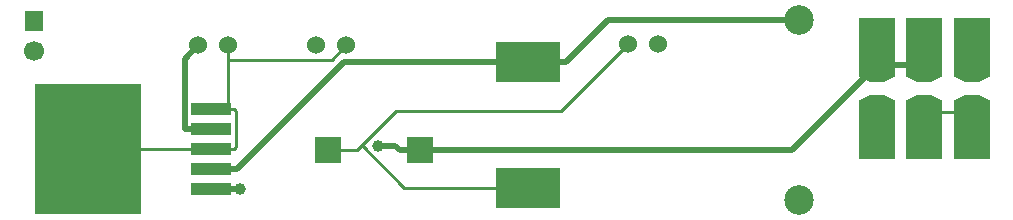
<source format=gtl>
G04 Layer: TopLayer*
G04 EasyEDA v6.5.38, 2023-11-27 20:20:40*
G04 1703934f7ba948e8a81f3d05deb6a35c,f4da18da4fdc4ae59b3404ca65e04972,10*
G04 Gerber Generator version 0.2*
G04 Scale: 100 percent, Rotated: No, Reflected: No *
G04 Dimensions in millimeters *
G04 leading zeros omitted , absolute positions ,4 integer and 5 decimal *
%FSLAX45Y45*%
%MOMM*%

%AMMACRO1*4,1,8,-1.5,2.75,1.5,2.75,1.5,-2.25,1.5,-2.25,0.5,-2.75,-0.5,-2.75,-1.5,-2.25,-1.5,-2.25,-1.5,2.75,0*%
%AMMACRO2*4,1,8,1.5,-2.75,-1.5,-2.75,-1.5,2.25,-1.5,2.25,-0.5,2.75,0.5,2.75,1.5,2.25,1.5,2.25,1.5,-2.75,0*%
%ADD10C,0.5000*%
%ADD11C,0.2540*%
%ADD12R,5.4000X3.5000*%
%ADD13R,2.3000X2.3000*%
%ADD14R,9.0000X11.0000*%
%ADD15R,3.3585X1.0200*%
%ADD16C,1.5240*%
%ADD17MACRO1*%
%ADD18MACRO2*%
%ADD19C,2.5000*%
%ADD20R,1.5748X1.7000*%
%ADD21C,1.7000*%
%ADD22C,1.0000*%

%LPD*%
D10*
X17398Y4884597D02*
G01*
X924001Y5791200D01*
X2476500Y5791200D01*
X-205587Y4884597D02*
G01*
X17398Y4884597D01*
X4775200Y6146800D02*
G01*
X3157143Y6146800D01*
X2801543Y5791200D01*
X2476500Y5791200D02*
G01*
X2801543Y5791200D01*
D11*
X787400Y5041900D02*
G01*
X858875Y5041900D01*
X1072845Y5084267D02*
G01*
X1432712Y4724400D01*
X2476500Y4724400D01*
X3327400Y5943600D02*
G01*
X2758059Y5374259D01*
X1362837Y5374259D01*
X1072845Y5084267D01*
X1072845Y5084267D02*
G01*
X1030478Y5041900D01*
X858875Y5041900D01*
X6235598Y5365800D02*
G01*
X5835599Y5365800D01*
X-205587Y5054600D02*
G01*
X-1242237Y5054600D01*
X-9728Y5394604D02*
G01*
X5130Y5379745D01*
X5130Y5069459D01*
X-9728Y5054600D01*
X-205587Y5054600D02*
G01*
X-9728Y5054600D01*
X-205587Y5394604D02*
G01*
X-107645Y5394604D01*
X-107645Y5394604D02*
G01*
X-9728Y5394604D01*
X939800Y5930900D02*
G01*
X820826Y5811926D01*
X-63500Y5811926D01*
X-107645Y5394604D02*
G01*
X-63500Y5438749D01*
X-63500Y5811926D01*
X-63500Y5811926D02*
G01*
X-63500Y5930900D01*
D10*
X5835599Y5765800D02*
G01*
X5435600Y5765800D01*
X5435600Y5765800D02*
G01*
X4711700Y5041900D01*
X1562100Y5041900D01*
X-428548Y5224602D02*
G01*
X-428548Y5819851D01*
X-317500Y5930900D01*
X-205587Y5224602D02*
G01*
X-428548Y5224602D01*
X1206550Y5081930D02*
G01*
X1352042Y5081930D01*
X1392072Y5041900D01*
X1562100Y5041900D02*
G01*
X1392072Y5041900D01*
X-205587Y4714595D02*
G01*
X17398Y4714595D01*
X17398Y4714595D02*
G01*
X44678Y4714595D01*
D12*
G01*
X2476500Y5791200D03*
G01*
X2476500Y4724400D03*
D13*
G01*
X787400Y5041900D03*
G01*
X1562100Y5041900D03*
D14*
G01*
X-1242237Y5054600D03*
D15*
G01*
X-205562Y5394604D03*
G01*
X-205562Y5224602D03*
G01*
X-205562Y5054600D03*
G01*
X-205562Y4884597D03*
G01*
X-205562Y4714595D03*
D16*
G01*
X3327400Y5943600D03*
G01*
X3581400Y5943600D03*
D17*
G01*
X5835599Y5890799D03*
G01*
X5435600Y5890799D03*
G01*
X6235598Y5890799D03*
D18*
G01*
X5435600Y5240801D03*
G01*
X5835599Y5240801D03*
G01*
X6235598Y5240801D03*
D16*
G01*
X-317500Y5930900D03*
G01*
X-63500Y5930900D03*
G01*
X685800Y5930900D03*
G01*
X939800Y5930900D03*
D19*
G01*
X4775200Y6146800D03*
G01*
X4775200Y4622800D03*
D20*
G01*
X-1701800Y6134100D03*
D21*
G01*
X-1701800Y5880100D03*
D22*
G01*
X44678Y4714595D03*
G01*
X1206550Y5081930D03*
M02*

</source>
